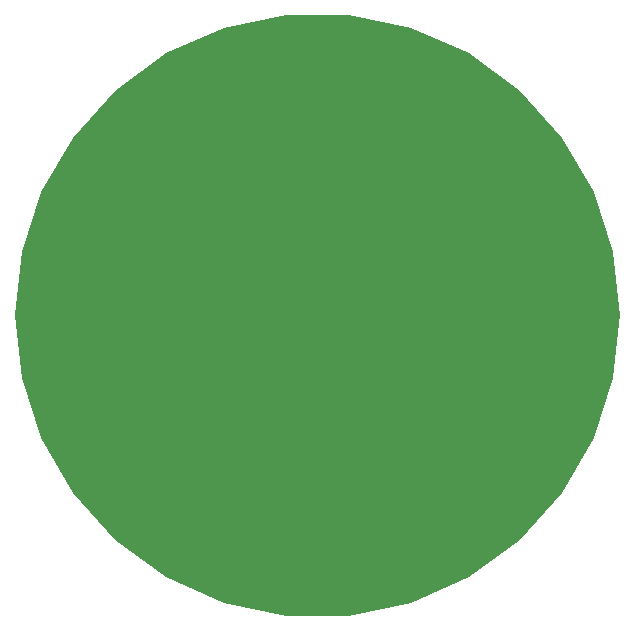
<source format=gtl>
G04 Filename: patchMicrostripCircular_design_file.gtl*
G04 FileFunction: Copper,L1,Top,Signal*
G04 Part: Single*
G04 ProjectId: patchMicrostripCircular_design_file,97052C48294ABB713E2D8F171F0CDD16,1*
G04 GenerationSoftware: MathWorks,MATLAB,9.9.0.1358230 (R2020b) Prerelease*
G04 CreationDate: 2020-04-29T11:31:97-0400*
G04 FilePolarity: Positive*
%FSLAX16Y16*%
%MOIN*%
G04 Antenna metal layer 1*
%LPD*%
G01*
G36*
X1007874Y0000000D02*
X0985850Y0209549D01*
X0920739Y0409939D01*
X0815387Y0592413D01*
X0674399Y0748996D01*
X0503937Y0872845D01*
X0311450Y0958545D01*
X0105352Y1002353D01*
X-0105352D01*
X-0311450Y0958545D01*
X-0503937Y0872845D01*
X-0674399Y0748996D01*
X-0815387Y0592413D01*
X-0920739Y0409939D01*
X-0985850Y0209549D01*
X-1007874Y0000000D01*
X-0985850Y-0209549D01*
X-0920739Y-0409939D01*
X-0815387Y-0592413D01*
X-0674399Y-0748996D01*
X-0503937Y-0872845D01*
X-0311450Y-0958545D01*
X-0105352Y-1002353D01*
X0105352D01*
X0311450Y-0958545D01*
X0503937Y-0872845D01*
X0674399Y-0748996D01*
X0815387Y-0592413D01*
X0920739Y-0409939D01*
X0985850Y-0209549D01*
G37*
G04 MD5: 9b7687b47c1b1852f5a48a60e35bc539*
M02*

</source>
